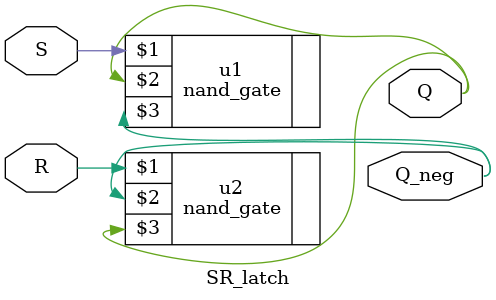
<source format=v>
`timescale 1ns / 1ps

module SR_latch(
    
    input S,
    input R,
    output Q,
    output Q_neg
    );
    
    
    nand_gate u1(S,Q,Q_neg);
    nand_gate u2(R,Q_neg,Q);
  
     
endmodule

</source>
